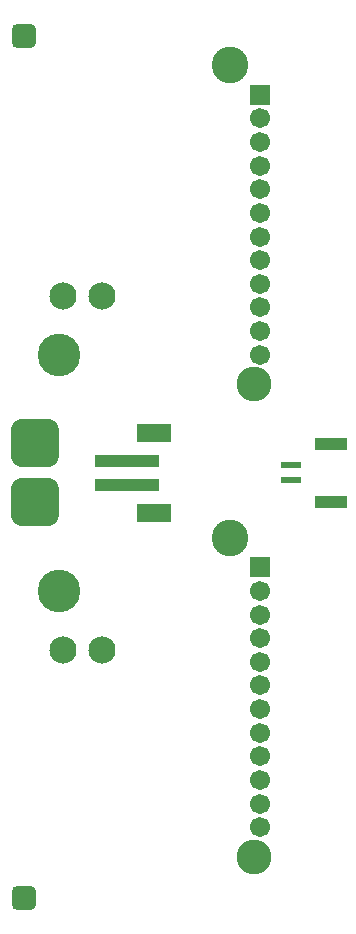
<source format=gts>
G04*
G04 #@! TF.GenerationSoftware,Altium Limited,Altium Designer,24.9.1 (31)*
G04*
G04 Layer_Color=8388736*
%FSLAX44Y44*%
%MOMM*%
G71*
G04*
G04 #@! TF.SameCoordinates,B8B67402-8590-40DF-8F2E-53978CF21371*
G04*
G04*
G04 #@! TF.FilePolarity,Negative*
G04*
G01*
G75*
%ADD13R,3.0000X1.6000*%
%ADD14R,5.5000X1.0000*%
%ADD15R,1.7000X0.6000*%
%ADD16R,2.8000X1.0000*%
%ADD17C,2.3016*%
%ADD18C,2.9516*%
%ADD19C,3.1016*%
%ADD20C,1.7016*%
%ADD21R,1.7016X1.7016*%
G04:AMPARAMS|DCode=22|XSize=4.1016mm|YSize=4.1016mm|CornerRadius=1.0508mm|HoleSize=0mm|Usage=FLASHONLY|Rotation=0.000|XOffset=0mm|YOffset=0mm|HoleType=Round|Shape=RoundedRectangle|*
%AMROUNDEDRECTD22*
21,1,4.1016,2.0000,0,0,0.0*
21,1,2.0000,4.1016,0,0,0.0*
1,1,2.1016,1.0000,-1.0000*
1,1,2.1016,-1.0000,-1.0000*
1,1,2.1016,-1.0000,1.0000*
1,1,2.1016,1.0000,1.0000*
%
%ADD22ROUNDEDRECTD22*%
G04:AMPARAMS|DCode=23|XSize=2.1016mm|YSize=2.1016mm|CornerRadius=0.5508mm|HoleSize=0mm|Usage=FLASHONLY|Rotation=0.000|XOffset=0mm|YOffset=0mm|HoleType=Round|Shape=RoundedRectangle|*
%AMROUNDEDRECTD23*
21,1,2.1016,1.0000,0,0,0.0*
21,1,1.0000,2.1016,0,0,0.0*
1,1,1.1016,0.5000,-0.5000*
1,1,1.1016,-0.5000,-0.5000*
1,1,1.1016,-0.5000,0.5000*
1,1,1.1016,0.5000,0.5000*
%
%ADD23ROUNDEDRECTD23*%
%ADD24C,3.6016*%
D13*
X-470000Y446000D02*
D03*
Y514000D02*
D03*
D14*
X-492500Y470000D02*
D03*
Y490000D02*
D03*
D15*
X-353250Y473750D02*
D03*
Y486250D02*
D03*
D16*
X-319750Y504750D02*
D03*
Y455250D02*
D03*
D17*
X-513500Y630000D02*
D03*
X-546500D02*
D03*
X-513500Y330000D02*
D03*
X-546500D02*
D03*
D18*
X-385000Y555000D02*
D03*
Y155000D02*
D03*
D19*
X-405000Y825000D02*
D03*
Y425000D02*
D03*
D20*
X-380000Y620000D02*
D03*
Y580000D02*
D03*
Y780000D02*
D03*
Y760000D02*
D03*
Y740000D02*
D03*
Y720000D02*
D03*
Y700000D02*
D03*
Y680000D02*
D03*
Y660000D02*
D03*
Y640000D02*
D03*
Y600000D02*
D03*
Y220000D02*
D03*
Y180000D02*
D03*
Y380000D02*
D03*
Y360000D02*
D03*
Y340000D02*
D03*
Y320000D02*
D03*
Y300000D02*
D03*
Y280000D02*
D03*
Y260000D02*
D03*
Y240000D02*
D03*
Y200000D02*
D03*
D21*
Y800000D02*
D03*
Y400000D02*
D03*
D22*
X-570000Y455000D02*
D03*
Y505000D02*
D03*
D23*
X-580000Y120000D02*
D03*
Y850000D02*
D03*
D24*
X-550000Y580000D02*
D03*
Y380000D02*
D03*
M02*

</source>
